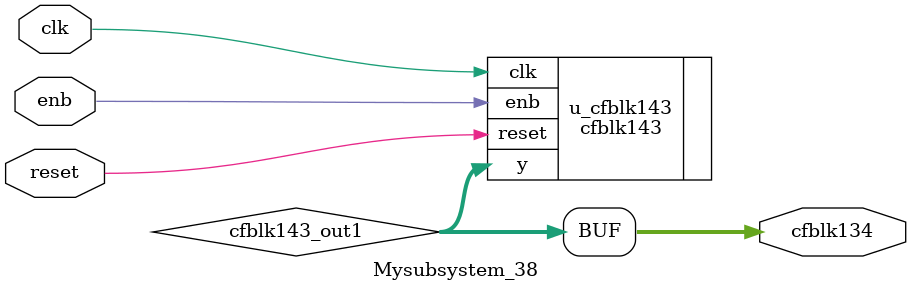
<source format=v>



`timescale 1 ns / 1 ns

module Mysubsystem_38
          (clk,
           reset,
           enb,
           cfblk134);


  input   clk;
  input   reset;
  input   enb;
  output  [7:0] cfblk134;  // uint8


  wire [7:0] cfblk143_out1;  // uint8


  cfblk143 u_cfblk143 (.clk(clk),
                       .reset(reset),
                       .enb(enb),
                       .y(cfblk143_out1)  // uint8
                       );

  assign cfblk134 = cfblk143_out1;

endmodule  // Mysubsystem_38


</source>
